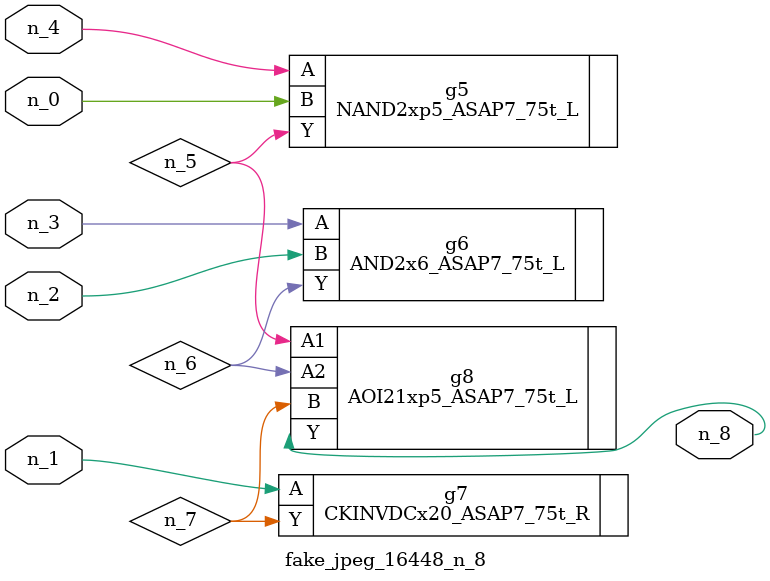
<source format=v>
module fake_jpeg_16448_n_8 (n_3, n_2, n_1, n_0, n_4, n_8);

input n_3;
input n_2;
input n_1;
input n_0;
input n_4;

output n_8;

wire n_6;
wire n_5;
wire n_7;

NAND2xp5_ASAP7_75t_L g5 ( 
.A(n_4),
.B(n_0),
.Y(n_5)
);

AND2x6_ASAP7_75t_L g6 ( 
.A(n_3),
.B(n_2),
.Y(n_6)
);

CKINVDCx20_ASAP7_75t_R g7 ( 
.A(n_1),
.Y(n_7)
);

AOI21xp5_ASAP7_75t_L g8 ( 
.A1(n_5),
.A2(n_6),
.B(n_7),
.Y(n_8)
);


endmodule
</source>
